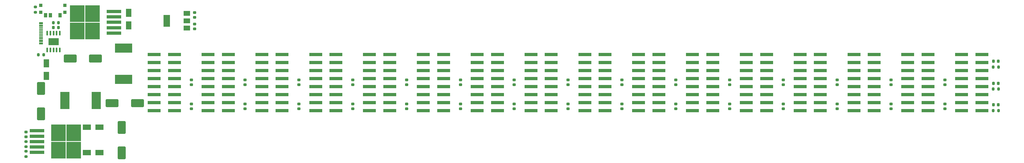
<source format=gbr>
%TF.GenerationSoftware,KiCad,Pcbnew,(6.0.9-0)*%
%TF.CreationDate,2022-11-17T19:12:12+01:00*%
%TF.ProjectId,pwr-v1,7077722d-7631-42e6-9b69-6361645f7063,rev?*%
%TF.SameCoordinates,Original*%
%TF.FileFunction,Paste,Top*%
%TF.FilePolarity,Positive*%
%FSLAX46Y46*%
G04 Gerber Fmt 4.6, Leading zero omitted, Abs format (unit mm)*
G04 Created by KiCad (PCBNEW (6.0.9-0)) date 2022-11-17 19:12:12*
%MOMM*%
%LPD*%
G01*
G04 APERTURE LIST*
G04 Aperture macros list*
%AMRoundRect*
0 Rectangle with rounded corners*
0 $1 Rounding radius*
0 $2 $3 $4 $5 $6 $7 $8 $9 X,Y pos of 4 corners*
0 Add a 4 corners polygon primitive as box body*
4,1,4,$2,$3,$4,$5,$6,$7,$8,$9,$2,$3,0*
0 Add four circle primitives for the rounded corners*
1,1,$1+$1,$2,$3*
1,1,$1+$1,$4,$5*
1,1,$1+$1,$6,$7*
1,1,$1+$1,$8,$9*
0 Add four rect primitives between the rounded corners*
20,1,$1+$1,$2,$3,$4,$5,0*
20,1,$1+$1,$4,$5,$6,$7,0*
20,1,$1+$1,$6,$7,$8,$9,0*
20,1,$1+$1,$8,$9,$2,$3,0*%
G04 Aperture macros list end*
%ADD10R,4.100000X1.019990*%
%ADD11RoundRect,0.250000X1.750000X1.000000X-1.750000X1.000000X-1.750000X-1.000000X1.750000X-1.000000X0*%
%ADD12R,1.800000X2.500000*%
%ADD13RoundRect,0.200000X-0.275000X0.200000X-0.275000X-0.200000X0.275000X-0.200000X0.275000X0.200000X0*%
%ADD14RoundRect,0.225000X-0.250000X0.225000X-0.250000X-0.225000X0.250000X-0.225000X0.250000X0.225000X0*%
%ADD15R,2.000000X1.500000*%
%ADD16R,2.000000X3.800000*%
%ADD17RoundRect,0.200000X0.275000X-0.200000X0.275000X0.200000X-0.275000X0.200000X-0.275000X-0.200000X0*%
%ADD18R,4.550000X5.250000*%
%ADD19R,4.600000X1.100000*%
%ADD20RoundRect,0.225000X0.250000X-0.225000X0.250000X0.225000X-0.250000X0.225000X-0.250000X-0.225000X0*%
%ADD21R,2.500000X1.800000*%
%ADD22RoundRect,0.200000X-0.200000X-0.275000X0.200000X-0.275000X0.200000X0.275000X-0.200000X0.275000X0*%
%ADD23RoundRect,0.218750X0.218750X0.256250X-0.218750X0.256250X-0.218750X-0.256250X0.218750X-0.256250X0*%
%ADD24RoundRect,0.200000X0.200000X0.275000X-0.200000X0.275000X-0.200000X-0.275000X0.200000X-0.275000X0*%
%ADD25O,0.559995X1.515011*%
%ADD26R,3.200000X2.300000*%
%ADD27R,5.400000X2.900000*%
%ADD28R,1.000000X1.000000*%
%ADD29R,1.000000X1.400000*%
%ADD30RoundRect,0.250000X1.000000X-1.750000X1.000000X1.750000X-1.000000X1.750000X-1.000000X-1.750000X0*%
%ADD31RoundRect,0.218750X-0.218750X-0.256250X0.218750X-0.256250X0.218750X0.256250X-0.218750X0.256250X0*%
%ADD32R,1.300000X0.300000*%
%ADD33RoundRect,0.250000X-1.000000X1.750000X-1.000000X-1.750000X1.000000X-1.750000X1.000000X1.750000X0*%
%ADD34RoundRect,0.225000X-0.225000X-0.250000X0.225000X-0.250000X0.225000X0.250000X-0.225000X0.250000X0*%
%ADD35R,2.900000X5.400000*%
G04 APERTURE END LIST*
D10*
%TO.C,EURO207*%
X150184036Y-73203518D03*
X143783985Y-73203518D03*
X150184036Y-70663513D03*
X143783985Y-70663513D03*
X150184036Y-68123508D03*
X143783985Y-68123508D03*
X150184036Y-65583503D03*
X143783985Y-65583503D03*
X150184036Y-63043498D03*
X143783985Y-63043498D03*
X150184036Y-60503493D03*
X143783985Y-60503493D03*
X150184036Y-57963487D03*
X143783985Y-57963487D03*
X150184036Y-55423482D03*
X143783985Y-55423482D03*
%TD*%
D11*
%TO.C,C105*%
X36500000Y-70900000D03*
X28500000Y-70900000D03*
%TD*%
D12*
%TO.C,D102*%
X7750000Y-62250000D03*
X7750000Y-58250000D03*
%TD*%
D13*
%TO.C,R108*%
X1250000Y-86125000D03*
X1250000Y-87775000D03*
%TD*%
D10*
%TO.C,EURO215*%
X286184036Y-73203518D03*
X279783985Y-73203518D03*
X286184036Y-70663513D03*
X279783985Y-70663513D03*
X286184036Y-68123508D03*
X279783985Y-68123508D03*
X286184036Y-65583503D03*
X279783985Y-65583503D03*
X286184036Y-63043498D03*
X279783985Y-63043498D03*
X286184036Y-60503493D03*
X279783985Y-60503493D03*
X286184036Y-57963487D03*
X279783985Y-57963487D03*
X286184036Y-55423482D03*
X279783985Y-55423482D03*
%TD*%
D14*
%TO.C,C218*%
X104500000Y-63475000D03*
X104500000Y-65025000D03*
%TD*%
D15*
%TO.C,U104*%
X52050000Y-47050000D03*
D16*
X45750000Y-44750000D03*
D15*
X52050000Y-44750000D03*
X52050000Y-42450000D03*
%TD*%
D11*
%TO.C,C104*%
X23250000Y-56750000D03*
X15250000Y-56750000D03*
%TD*%
D14*
%TO.C,C221*%
X206500000Y-63475000D03*
X206500000Y-65025000D03*
%TD*%
D17*
%TO.C,R107*%
X1250000Y-84675000D03*
X1250000Y-83025000D03*
%TD*%
D18*
%TO.C,U105*%
X22300000Y-48025000D03*
X17450000Y-48025000D03*
X22300000Y-42475000D03*
X17450000Y-42475000D03*
D19*
X29025000Y-48650000D03*
X29025000Y-46950000D03*
X29025000Y-45250000D03*
X29025000Y-43550000D03*
X29025000Y-41850000D03*
%TD*%
D20*
%TO.C,C224*%
X70500000Y-72645000D03*
X70500000Y-71095000D03*
%TD*%
D21*
%TO.C,D107*%
X24500000Y-86500000D03*
X20500000Y-86500000D03*
%TD*%
D22*
%TO.C,R104*%
X306775000Y-66400000D03*
X308425000Y-66400000D03*
%TD*%
D20*
%TO.C,C230*%
X274500000Y-72645000D03*
X274500000Y-71095000D03*
%TD*%
D14*
%TO.C,C222*%
X240500000Y-63475000D03*
X240500000Y-65025000D03*
%TD*%
%TO.C,C223*%
X274500000Y-63475000D03*
X274500000Y-65025000D03*
%TD*%
D23*
%TO.C,D104*%
X308387500Y-71400000D03*
X306812500Y-71400000D03*
%TD*%
D14*
%TO.C,C208*%
X291500000Y-63475000D03*
X291500000Y-65025000D03*
%TD*%
D20*
%TO.C,C227*%
X172500000Y-72645000D03*
X172500000Y-71095000D03*
%TD*%
D10*
%TO.C,EURO216*%
X303184036Y-73203518D03*
X296783985Y-73203518D03*
X303184036Y-70663513D03*
X296783985Y-70663513D03*
X303184036Y-68123508D03*
X296783985Y-68123508D03*
X303184036Y-65583503D03*
X296783985Y-65583503D03*
X303184036Y-63043498D03*
X296783985Y-63043498D03*
X303184036Y-60503493D03*
X296783985Y-60503493D03*
X303184036Y-57963487D03*
X296783985Y-57963487D03*
X303184036Y-55423482D03*
X296783985Y-55423482D03*
%TD*%
D18*
%TO.C,U106*%
X11500000Y-80250000D03*
X16350000Y-80250000D03*
X11500000Y-85800000D03*
X16350000Y-85800000D03*
D19*
X4775000Y-79625000D03*
X4775000Y-81325000D03*
X4775000Y-83025000D03*
X4775000Y-84725000D03*
X4775000Y-86425000D03*
%TD*%
D24*
%TO.C,R101*%
X11550000Y-45375000D03*
X9900000Y-45375000D03*
%TD*%
D25*
%TO.C,U103*%
X11975000Y-48700013D03*
X10975000Y-48700013D03*
X9975000Y-48700013D03*
X8975000Y-48700013D03*
X7975000Y-48700013D03*
X7975000Y-53999987D03*
X8975000Y-53999987D03*
X9975000Y-53999987D03*
X10975000Y-53999987D03*
X11975000Y-53999987D03*
D26*
X9975000Y-51350000D03*
%TD*%
D10*
%TO.C,EURO212*%
X235184036Y-73203518D03*
X228783985Y-73203518D03*
X235184036Y-70663513D03*
X228783985Y-70663513D03*
X235184036Y-68123508D03*
X228783985Y-68123508D03*
X235184036Y-65583503D03*
X228783985Y-65583503D03*
X235184036Y-63043498D03*
X228783985Y-63043498D03*
X235184036Y-60503493D03*
X228783985Y-60503493D03*
X235184036Y-57963487D03*
X228783985Y-57963487D03*
X235184036Y-55423482D03*
X228783985Y-55423482D03*
%TD*%
D14*
%TO.C,C201*%
X53500000Y-63475000D03*
X53500000Y-65025000D03*
%TD*%
D10*
%TO.C,EURO213*%
X252184036Y-73203518D03*
X245783985Y-73203518D03*
X252184036Y-70663513D03*
X245783985Y-70663513D03*
X252184036Y-68123508D03*
X245783985Y-68123508D03*
X252184036Y-65583503D03*
X245783985Y-65583503D03*
X252184036Y-63043498D03*
X245783985Y-63043498D03*
X252184036Y-60503493D03*
X245783985Y-60503493D03*
X252184036Y-57963487D03*
X245783985Y-57963487D03*
X252184036Y-55423482D03*
X245783985Y-55423482D03*
%TD*%
D14*
%TO.C,C102*%
X54500000Y-42175000D03*
X54500000Y-43725000D03*
%TD*%
D10*
%TO.C,EURO210*%
X201184036Y-73203518D03*
X194783985Y-73203518D03*
X201184036Y-70663513D03*
X194783985Y-70663513D03*
X201184036Y-68123508D03*
X194783985Y-68123508D03*
X201184036Y-65583503D03*
X194783985Y-65583503D03*
X201184036Y-63043498D03*
X194783985Y-63043498D03*
X201184036Y-60503493D03*
X194783985Y-60503493D03*
X201184036Y-57963487D03*
X194783985Y-57963487D03*
X201184036Y-55423482D03*
X194783985Y-55423482D03*
%TD*%
D27*
%TO.C,L101*%
X32100000Y-63350000D03*
X32100000Y-53450000D03*
%TD*%
D20*
%TO.C,C103*%
X54500000Y-47325000D03*
X54500000Y-45775000D03*
%TD*%
D10*
%TO.C,EURO208*%
X167184036Y-73203518D03*
X160783985Y-73203518D03*
X167184036Y-70663513D03*
X160783985Y-70663513D03*
X167184036Y-68123508D03*
X160783985Y-68123508D03*
X167184036Y-65583503D03*
X160783985Y-65583503D03*
X167184036Y-63043498D03*
X160783985Y-63043498D03*
X167184036Y-60503493D03*
X160783985Y-60503493D03*
X167184036Y-57963487D03*
X160783985Y-57963487D03*
X167184036Y-55423482D03*
X160783985Y-55423482D03*
%TD*%
D22*
%TO.C,R105*%
X306775000Y-73200000D03*
X308425000Y-73200000D03*
%TD*%
D20*
%TO.C,C214*%
X223500000Y-72645000D03*
X223500000Y-71095000D03*
%TD*%
D28*
%TO.C,U102*%
X5949898Y-42103035D03*
X13550102Y-39902883D03*
X13550102Y-42103035D03*
X5949898Y-39902883D03*
D29*
X11999936Y-43020993D03*
X8999936Y-43021044D03*
X7500064Y-43021044D03*
%TD*%
D14*
%TO.C,C203*%
X121500000Y-63475000D03*
X121500000Y-65025000D03*
%TD*%
D30*
%TO.C,C108*%
X31500000Y-86600000D03*
X31500000Y-78600000D03*
%TD*%
D14*
%TO.C,C207*%
X257500000Y-63475000D03*
X257500000Y-65025000D03*
%TD*%
D20*
%TO.C,C213*%
X189500000Y-72645000D03*
X189500000Y-71095000D03*
%TD*%
D14*
%TO.C,C204*%
X155500000Y-63475000D03*
X155500000Y-65025000D03*
%TD*%
%TO.C,C205*%
X189500000Y-63475000D03*
X189500000Y-65025000D03*
%TD*%
D31*
%TO.C,D105*%
X306812500Y-57600000D03*
X308387500Y-57600000D03*
%TD*%
D14*
%TO.C,C217*%
X70500000Y-63475000D03*
X70500000Y-65025000D03*
%TD*%
D20*
%TO.C,C228*%
X206500000Y-72645000D03*
X206500000Y-71095000D03*
%TD*%
D12*
%TO.C,D101*%
X33750000Y-46250000D03*
X33750000Y-42250000D03*
%TD*%
D14*
%TO.C,C206*%
X223500000Y-63475000D03*
X223500000Y-65025000D03*
%TD*%
D10*
%TO.C,EURO214*%
X269184036Y-73203518D03*
X262783985Y-73203518D03*
X269184036Y-70663513D03*
X262783985Y-70663513D03*
X269184036Y-68123508D03*
X262783985Y-68123508D03*
X269184036Y-65583503D03*
X262783985Y-65583503D03*
X269184036Y-63043498D03*
X262783985Y-63043498D03*
X269184036Y-60503493D03*
X262783985Y-60503493D03*
X269184036Y-57963487D03*
X262783985Y-57963487D03*
X269184036Y-55423482D03*
X262783985Y-55423482D03*
%TD*%
%TO.C,EURO202*%
X65184036Y-73203518D03*
X58783985Y-73203518D03*
X65184036Y-70663513D03*
X58783985Y-70663513D03*
X65184036Y-68123508D03*
X58783985Y-68123508D03*
X65184036Y-65583503D03*
X58783985Y-65583503D03*
X65184036Y-63043498D03*
X58783985Y-63043498D03*
X65184036Y-60503493D03*
X58783985Y-60503493D03*
X65184036Y-57963487D03*
X58783985Y-57963487D03*
X65184036Y-55423482D03*
X58783985Y-55423482D03*
%TD*%
%TO.C,EURO209*%
X184184036Y-73203518D03*
X177783985Y-73203518D03*
X184184036Y-70663513D03*
X177783985Y-70663513D03*
X184184036Y-68123508D03*
X177783985Y-68123508D03*
X184184036Y-65583503D03*
X177783985Y-65583503D03*
X184184036Y-63043498D03*
X177783985Y-63043498D03*
X184184036Y-60503493D03*
X177783985Y-60503493D03*
X184184036Y-57963487D03*
X177783985Y-57963487D03*
X184184036Y-55423482D03*
X177783985Y-55423482D03*
%TD*%
D21*
%TO.C,D106*%
X20500000Y-78500000D03*
X24500000Y-78500000D03*
%TD*%
D20*
%TO.C,C226*%
X138500000Y-72645000D03*
X138500000Y-71095000D03*
%TD*%
%TO.C,C106*%
X1250000Y-81525000D03*
X1250000Y-79975000D03*
%TD*%
D22*
%TO.C,R103*%
X5208000Y-55499000D03*
X6858000Y-55499000D03*
%TD*%
D20*
%TO.C,C216*%
X291500000Y-72645000D03*
X291500000Y-71095000D03*
%TD*%
%TO.C,C211*%
X121500000Y-72645000D03*
X121500000Y-71095000D03*
%TD*%
D32*
%TO.C,U101*%
X6034100Y-45398971D03*
X6034100Y-46199073D03*
X6034100Y-47499047D03*
X6034100Y-48499047D03*
X6034100Y-48998920D03*
X6034100Y-49998666D03*
X6034100Y-51299149D03*
X6034100Y-52098997D03*
X6034100Y-51799022D03*
X6034100Y-50998920D03*
X6034100Y-50499047D03*
X6034100Y-49499047D03*
X6034100Y-47998920D03*
X6034100Y-46998920D03*
X6034100Y-46499047D03*
X6034100Y-45698946D03*
%TD*%
D33*
%TO.C,C107*%
X6000000Y-66250000D03*
X6000000Y-74250000D03*
%TD*%
D20*
%TO.C,C210*%
X87500000Y-72645000D03*
X87500000Y-71095000D03*
%TD*%
D10*
%TO.C,EURO205*%
X116184036Y-73203518D03*
X109783985Y-73203518D03*
X116184036Y-70663513D03*
X109783985Y-70663513D03*
X116184036Y-68123508D03*
X109783985Y-68123508D03*
X116184036Y-65583503D03*
X109783985Y-65583503D03*
X116184036Y-63043498D03*
X109783985Y-63043498D03*
X116184036Y-60503493D03*
X109783985Y-60503493D03*
X116184036Y-57963487D03*
X109783985Y-57963487D03*
X116184036Y-55423482D03*
X109783985Y-55423482D03*
%TD*%
D17*
%TO.C,R102*%
X4250000Y-42075000D03*
X4250000Y-40425000D03*
%TD*%
D20*
%TO.C,C215*%
X257500000Y-72645000D03*
X257500000Y-71095000D03*
%TD*%
D22*
%TO.C,R106*%
X306775000Y-59400000D03*
X308425000Y-59400000D03*
%TD*%
D10*
%TO.C,EURO204*%
X99184036Y-73203518D03*
X92783985Y-73203518D03*
X99184036Y-70663513D03*
X92783985Y-70663513D03*
X99184036Y-68123508D03*
X92783985Y-68123508D03*
X99184036Y-65583503D03*
X92783985Y-65583503D03*
X99184036Y-63043498D03*
X92783985Y-63043498D03*
X99184036Y-60503493D03*
X92783985Y-60503493D03*
X99184036Y-57963487D03*
X92783985Y-57963487D03*
X99184036Y-55423482D03*
X92783985Y-55423482D03*
%TD*%
D20*
%TO.C,C209*%
X53500000Y-72645000D03*
X53500000Y-71095000D03*
%TD*%
D10*
%TO.C,EURO201*%
X48184036Y-73203518D03*
X41783985Y-73203518D03*
X48184036Y-70663513D03*
X41783985Y-70663513D03*
X48184036Y-68123508D03*
X41783985Y-68123508D03*
X48184036Y-65583503D03*
X41783985Y-65583503D03*
X48184036Y-63043498D03*
X41783985Y-63043498D03*
X48184036Y-60503493D03*
X41783985Y-60503493D03*
X48184036Y-57963487D03*
X41783985Y-57963487D03*
X48184036Y-55423482D03*
X41783985Y-55423482D03*
%TD*%
%TO.C,EURO203*%
X82184036Y-73203518D03*
X75783985Y-73203518D03*
X82184036Y-70663513D03*
X75783985Y-70663513D03*
X82184036Y-68123508D03*
X75783985Y-68123508D03*
X82184036Y-65583503D03*
X75783985Y-65583503D03*
X82184036Y-63043498D03*
X75783985Y-63043498D03*
X82184036Y-60503493D03*
X75783985Y-60503493D03*
X82184036Y-57963487D03*
X75783985Y-57963487D03*
X82184036Y-55423482D03*
X75783985Y-55423482D03*
%TD*%
D34*
%TO.C,C101*%
X9950000Y-46925000D03*
X11500000Y-46925000D03*
%TD*%
D10*
%TO.C,EURO206*%
X133184036Y-73203518D03*
X126783985Y-73203518D03*
X133184036Y-70663513D03*
X126783985Y-70663513D03*
X133184036Y-68123508D03*
X126783985Y-68123508D03*
X133184036Y-65583503D03*
X126783985Y-65583503D03*
X133184036Y-63043498D03*
X126783985Y-63043498D03*
X133184036Y-60503493D03*
X126783985Y-60503493D03*
X133184036Y-57963487D03*
X126783985Y-57963487D03*
X133184036Y-55423482D03*
X126783985Y-55423482D03*
%TD*%
D35*
%TO.C,L102*%
X13550000Y-70000000D03*
X23450000Y-70000000D03*
%TD*%
D10*
%TO.C,EURO211*%
X218184036Y-73203518D03*
X211783985Y-73203518D03*
X218184036Y-70663513D03*
X211783985Y-70663513D03*
X218184036Y-68123508D03*
X211783985Y-68123508D03*
X218184036Y-65583503D03*
X211783985Y-65583503D03*
X218184036Y-63043498D03*
X211783985Y-63043498D03*
X218184036Y-60503493D03*
X211783985Y-60503493D03*
X218184036Y-57963487D03*
X211783985Y-57963487D03*
X218184036Y-55423482D03*
X211783985Y-55423482D03*
%TD*%
D14*
%TO.C,C219*%
X138500000Y-63475000D03*
X138500000Y-65025000D03*
%TD*%
D31*
%TO.C,D103*%
X306812500Y-64600000D03*
X308387500Y-64600000D03*
%TD*%
D14*
%TO.C,C220*%
X172500000Y-63475000D03*
X172500000Y-65025000D03*
%TD*%
D20*
%TO.C,C225*%
X104500000Y-72645000D03*
X104500000Y-71095000D03*
%TD*%
%TO.C,C212*%
X155500000Y-72645000D03*
X155500000Y-71095000D03*
%TD*%
%TO.C,C229*%
X240500000Y-72645000D03*
X240500000Y-71095000D03*
%TD*%
D14*
%TO.C,C202*%
X87500000Y-63475000D03*
X87500000Y-65025000D03*
%TD*%
M02*

</source>
